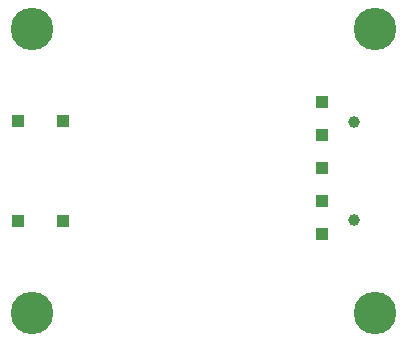
<source format=gbs>
G04*
G04 #@! TF.GenerationSoftware,Altium Limited,Altium Designer,21.7.2 (23)*
G04*
G04 Layer_Color=16711935*
%FSLAX25Y25*%
%MOIN*%
G70*
G04*
G04 #@! TF.SameCoordinates,01447CE1-1CD8-4097-AA41-C903E93D3707*
G04*
G04*
G04 #@! TF.FilePolarity,Negative*
G04*
G01*
G75*
%ADD65C,0.03937*%
%ADD66C,0.14173*%
G04:AMPARAMS|DCode=92|XSize=43.31mil|YSize=43.31mil|CornerRadius=5.91mil|HoleSize=0mil|Usage=FLASHONLY|Rotation=270.000|XOffset=0mil|YOffset=0mil|HoleType=Round|Shape=RoundedRectangle|*
%AMROUNDEDRECTD92*
21,1,0.04331,0.03150,0,0,270.0*
21,1,0.03150,0.04331,0,0,270.0*
1,1,0.01181,-0.01575,-0.01575*
1,1,0.01181,-0.01575,0.01575*
1,1,0.01181,0.01575,0.01575*
1,1,0.01181,0.01575,-0.01575*
%
%ADD92ROUNDEDRECTD92*%
D65*
X118996Y75492D02*
D03*
Y42618D02*
D03*
D66*
X125984Y106299D02*
D03*
Y11811D02*
D03*
X11811D02*
D03*
Y106299D02*
D03*
D92*
X6989Y75792D02*
D03*
Y42426D02*
D03*
X22048Y75792D02*
D03*
Y42426D02*
D03*
X108269Y37899D02*
D03*
Y48947D02*
D03*
Y59995D02*
D03*
Y71043D02*
D03*
Y82091D02*
D03*
M02*

</source>
